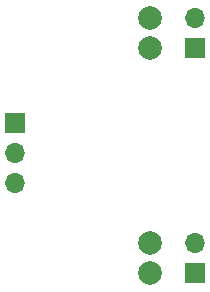
<source format=gbr>
G04 #@! TF.GenerationSoftware,KiCad,Pcbnew,(5.0.1)-rc2*
G04 #@! TF.CreationDate,2018-10-17T12:12:27+02:00*
G04 #@! TF.ProjectId,SensorV1,53656E736F7256312E6B696361645F70,rev?*
G04 #@! TF.SameCoordinates,Original*
G04 #@! TF.FileFunction,Copper,L2,Bot,Signal*
G04 #@! TF.FilePolarity,Positive*
%FSLAX46Y46*%
G04 Gerber Fmt 4.6, Leading zero omitted, Abs format (unit mm)*
G04 Created by KiCad (PCBNEW (5.0.1)-rc2) date 2018-10-17 12:12:27*
%MOMM*%
%LPD*%
G01*
G04 APERTURE LIST*
G04 #@! TA.AperFunction,ComponentPad*
%ADD10R,1.700000X1.700000*%
G04 #@! TD*
G04 #@! TA.AperFunction,ComponentPad*
%ADD11O,1.700000X1.700000*%
G04 #@! TD*
G04 #@! TA.AperFunction,ViaPad*
%ADD12C,2.000000*%
G04 #@! TD*
G04 APERTURE END LIST*
D10*
G04 #@! TO.P,J1,1*
G04 #@! TO.N,Net-(J1-Pad1)*
X144780000Y-71120000D03*
D11*
G04 #@! TO.P,J1,2*
G04 #@! TO.N,Net-(10k1-Pad1)*
X144780000Y-73660000D03*
G04 #@! TO.P,J1,3*
G04 #@! TO.N,Net-(10k1-Pad2)*
X144780000Y-76200000D03*
G04 #@! TD*
D10*
G04 #@! TO.P,J2,1*
G04 #@! TO.N,Net-(10k1-Pad1)*
X160020000Y-83820000D03*
D11*
G04 #@! TO.P,J2,2*
X160020000Y-81280000D03*
G04 #@! TD*
D10*
G04 #@! TO.P,J3,1*
G04 #@! TO.N,Net-(J1-Pad1)*
X160020000Y-64770000D03*
D11*
G04 #@! TO.P,J3,2*
X160020000Y-62230000D03*
G04 #@! TD*
D12*
G04 #@! TO.N,Net-(10k1-Pad1)*
X156210000Y-83820000D03*
G04 #@! TO.N,Net-(J1-Pad1)*
X156210000Y-64770000D03*
X156210000Y-62230000D03*
G04 #@! TO.N,Net-(10k1-Pad1)*
X156210000Y-81280000D03*
G04 #@! TD*
M02*

</source>
